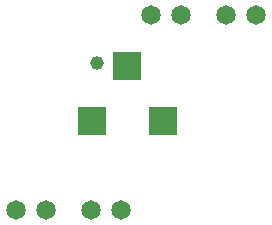
<source format=gbs>
%FSLAX24Y24*%
%MOIN*%
G70*
G01*
G75*
G04 Layer_Color=16711935*
%ADD10R,0.1024X0.0433*%
%ADD11R,0.0591X0.1181*%
%ADD12R,0.2461X0.2677*%
%ADD13R,0.0276X0.0354*%
%ADD14R,0.0244X0.0480*%
%ADD15R,0.0354X0.0315*%
%ADD16R,0.0512X0.0217*%
%ADD17R,0.0354X0.0276*%
%ADD18R,0.0299X0.0500*%
%ADD19C,0.0200*%
%ADD20C,0.0300*%
%ADD21R,0.0866X0.0866*%
%ADD22C,0.0591*%
%ADD23C,0.0400*%
%ADD24C,0.0100*%
%ADD25C,0.0098*%
%ADD26C,0.0079*%
%ADD27C,0.0050*%
%ADD28C,0.0080*%
%ADD29R,0.1084X0.0493*%
%ADD30R,0.0651X0.1241*%
%ADD31R,0.2521X0.2737*%
%ADD32R,0.0336X0.0414*%
%ADD33R,0.0304X0.0540*%
%ADD34R,0.0414X0.0375*%
%ADD35R,0.0572X0.0277*%
%ADD36R,0.0414X0.0336*%
%ADD37R,0.0359X0.0560*%
%ADD38R,0.0926X0.0926*%
%ADD39C,0.0651*%
%ADD40C,0.0460*%
D38*
X15881Y13950D02*
D03*
X13519D02*
D03*
X14700Y15800D02*
D03*
D39*
X16500Y17500D02*
D03*
X15500D02*
D03*
X12000Y11000D02*
D03*
X11000D02*
D03*
X13500D02*
D03*
X14500D02*
D03*
X18000Y17500D02*
D03*
X19000D02*
D03*
D40*
X13700Y15900D02*
D03*
M02*

</source>
